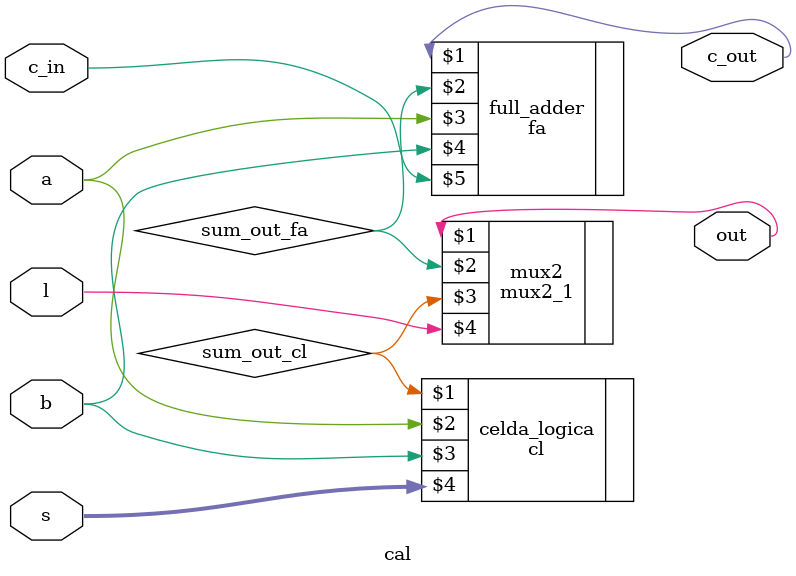
<source format=v>
/*
-Práctica 01 Estructura de Computadores
-Objetivo: Realizar una ALU de 4 bits capaz de realizar sumas y restas en C2 
y generar los bits de flags asociados, así como varias operaciones lógicas
-Alumno: Cheuk Kelly Ng Pante
-Correo: alu0101364544@ull.edu.es
-Curso 2020-2021
-Compilacion: iverilog -o Practica01 alu_tb.v ALU.v cal.v compl1.v mux2_1.v mux2_4.v mux4_1.v cl.v fa.v
-Simulación: vvp Practica01
*/

// === OBJETIVO 2.3 ===

//Modulo celda aritmetico-logico
module cal(output wire out, c_out, input wire a, b, l, c_in, input wire [1:0] s);
    wire sum_out_fa, sum_out_cl;

    //Instanciamos los modulos de cl, fa y mux2_1 al modulo cal
    cl celda_logica (sum_out_cl, a, b, s);
    fa full_adder (c_out, sum_out_fa, a, b, c_in);
    mux2_1 mux2 (out, sum_out_fa, sum_out_cl, l);
endmodule
</source>
